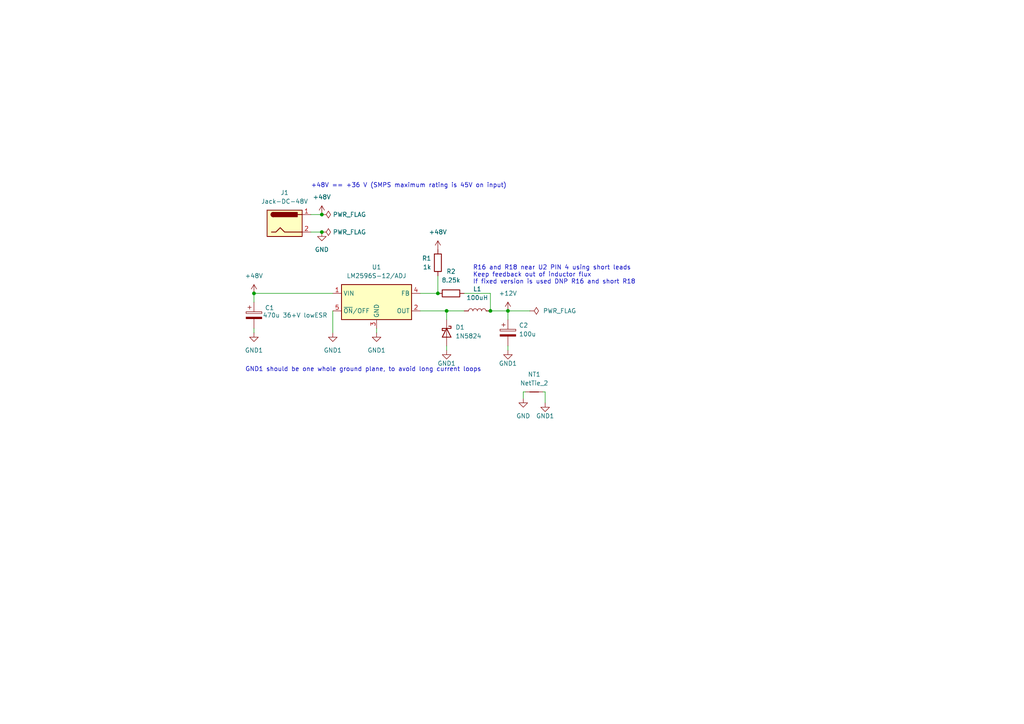
<source format=kicad_sch>
(kicad_sch (version 20211123) (generator eeschema)
  (paper "A4")
  (lib_symbols
    (symbol "Connector:Jack-DC" (pin_names (offset 1.016))
      (property "Reference" "J" (at 0 5.334 0))
      (property "Value" "Jack-DC" (at 0 -5.08 0))
      (symbol "Jack-DC_0_1"
        (rectangle (start -5.08 3.81) (end 5.08 -3.81) (stroke (width 0.254)) (fill (type background)))
        (arc (start -3.302 3.175) (mid -3.937 2.54) (end -3.302 1.905) (stroke (width 0.254)))
        (arc (start -3.302 3.175) (mid -3.937 2.54) (end -3.302 1.905) (stroke (width 0.254)) (fill (type outline)))
        (polyline (pts (xy 5.08 2.54) (xy 3.81 2.54)) (stroke (width 0.254)))
        (polyline (pts (xy -3.81 -2.54) (xy -2.54 -2.54) (xy -1.27 -1.27) (xy 0 -2.54) (xy 2.54 -2.54) (xy 5.08 -2.54)) (stroke (width 0.254)))
        (rectangle (start 3.683 3.175) (end -3.302 1.905) (stroke (width 0.254)) (fill (type outline)))
      )
      (symbol "Jack-DC_1_1"
        (pin passive line (at 7.62 2.54 180) (length 2.54) (name "~") (number "1"))
        (pin passive line (at 7.62 -2.54 180) (length 2.54) (name "~") (number "2"))
      )
    )
    (symbol "Device:C_Polarized" (pin_numbers hide) (pin_names (offset 0.254))
      (property "Reference" "C" (at 0.635 2.54 0))
      (property "Value" "C_Polarized" (at 0.635 -2.54 0))
      (symbol "C_Polarized_0_1"
        (rectangle (start -2.286 0.508) (end 2.286 1.016))
        (polyline (pts (xy -1.778 2.286) (xy -0.762 2.286)))
        (polyline (pts (xy -1.27 2.794) (xy -1.27 1.778)))
        (rectangle (start 2.286 -0.508) (end -2.286 -1.016) (fill (type outline)))
      )
      (symbol "C_Polarized_1_1"
        (pin passive line (at 0 3.81 270) (length 2.794) (name "~") (number "1"))
        (pin passive line (at 0 -3.81 90) (length 2.794) (name "~") (number "2"))
      )
    )
    (symbol "Device:D_Schottky" (pin_numbers hide) (pin_names (offset 1.016) hide)
      (property "Reference" "D" (at 0 2.54 0))
      (property "Value" "D_Schottky" (at 0 -2.54 0))
      (symbol "D_Schottky_0_1"
        (polyline (pts (xy 1.27 0) (xy -1.27 0)))
        (polyline (pts (xy 1.27 1.27) (xy 1.27 -1.27) (xy -1.27 0) (xy 1.27 1.27)) (stroke (width 0.254)))
        (polyline (pts (xy -1.905 0.635) (xy -1.905 1.27) (xy -1.27 1.27) (xy -1.27 -1.27) (xy -0.635 -1.27) (xy -0.635 -0.635)) (stroke (width 0.254)))
      )
      (symbol "D_Schottky_1_1"
        (pin passive line (at -3.81 0 0) (length 2.54) (name "K") (number "1"))
        (pin passive line (at 3.81 0 180) (length 2.54) (name "A") (number "2"))
      )
    )
    (symbol "Device:L" (pin_numbers hide) (pin_names (offset 1.016) hide)
      (property "Reference" "L" (at -1.27 0 90))
      (property "Value" "L" (at 1.905 0 90))
      (symbol "L_0_1"
        (arc (start 0 -2.54) (mid 0.635 -1.905) (end 0 -1.27))
        (arc (start 0 -1.27) (mid 0.635 -0.635) (end 0 0))
        (arc (start 0 0) (mid 0.635 0.635) (end 0 1.27))
        (arc (start 0 1.27) (mid 0.635 1.905) (end 0 2.54))
      )
      (symbol "L_1_1"
        (pin passive line (at 0 3.81 270) (length 1.27) (name "1") (number "1"))
        (pin passive line (at 0 -3.81 90) (length 1.27) (name "2") (number "2"))
      )
    )
    (symbol "Device:NetTie_2" (pin_numbers hide) (pin_names (offset 0) hide)
      (property "Reference" "NT" (at 0 1.27 0))
      (property "Value" "NetTie_2" (at 0 -1.27 0))
      (symbol "NetTie_2_0_1"
        (polyline (pts (xy -1.27 0) (xy 1.27 0)) (stroke (width 0.254)))
      )
      (symbol "NetTie_2_1_1"
        (pin passive line (at -2.54 0 0) (length 2.54) (name "1") (number "1"))
        (pin passive line (at 2.54 0 180) (length 2.54) (name "2") (number "2"))
      )
    )
    (symbol "Device:R" (pin_numbers hide) (pin_names (offset 0))
      (property "Reference" "R" (at 2.032 0 90))
      (property "Value" "R" (at 0 0 90))
      (symbol "R_0_1"
        (rectangle (start -1.016 -2.54) (end 1.016 2.54) (stroke (width 0.254)))
      )
      (symbol "R_1_1"
        (pin passive line (at 0 3.81 270) (length 1.27) (name "~") (number "1"))
        (pin passive line (at 0 -3.81 90) (length 1.27) (name "~") (number "2"))
      )
    )
    (symbol "Regulator_Switching:LM2596S-3.3"
      (property "Reference" "U" (at -10.16 6.35 0))
      (property "Value" "LM2596S-3.3" (at 0 6.35 0))
      (symbol "LM2596S-3.3_0_1"
        (rectangle (start -10.16 5.08) (end 10.16 -5.08) (stroke (width 0.254)) (fill (type background)))
      )
      (symbol "LM2596S-3.3_1_1"
        (pin power_in line (at -12.7 2.54 0) (length 2.54) (name "VIN") (number "1"))
        (pin output line (at 12.7 -2.54 180) (length 2.54) (name "OUT") (number "2"))
        (pin power_in line (at 0 -7.62 90) (length 2.54) (name "GND") (number "3"))
        (pin input line (at 12.7 2.54 180) (length 2.54) (name "FB") (number "4"))
        (pin input line (at -12.7 -2.54 0) (length 2.54) (name "~{ON}/OFF") (number "5"))
      )
    )
    (symbol "power:+12V" (power) (pin_names (offset 0))
      (property "Value" "+12V" (at 0 3.556 0))
      (symbol "+12V_0_1"
        (polyline (pts (xy -0.762 1.27) (xy 0 2.54)))
        (polyline (pts (xy 0 0) (xy 0 2.54)))
        (polyline (pts (xy 0 2.54) (xy 0.762 1.27)))
      )
      (symbol "+12V_1_1"
        (pin power_in line (at 0 0 90) (length 0) hide (name "+12V") (number "1"))
      )
    )
    (symbol "power:+48V" (power) (pin_names (offset 0))
      (property "Value" "+48V" (at 0 3.556 0))
      (symbol "+48V_0_1"
        (polyline (pts (xy -0.762 1.27) (xy 0 2.54)))
        (polyline (pts (xy 0 0) (xy 0 2.54)))
        (polyline (pts (xy 0 2.54) (xy 0.762 1.27)))
      )
      (symbol "+48V_1_1"
        (pin power_in line (at 0 0 90) (length 0) hide (name "+48V") (number "1"))
      )
    )
    (symbol "power:GND" (power) (pin_names (offset 0))
      (property "Value" "GND" (at 0 -3.81 0))
      (symbol "GND_0_1"
        (polyline (pts (xy 0 0) (xy 0 -1.27) (xy 1.27 -1.27) (xy 0 -2.54) (xy -1.27 -1.27) (xy 0 -1.27)))
      )
      (symbol "GND_1_1"
        (pin power_in line (at 0 0 270) (length 0) hide (name "GND") (number "1"))
      )
    )
    (symbol "power:GND1" (power) (pin_names (offset 0))
      (property "Value" "GND1" (at 0 -3.81 0))
      (symbol "GND1_0_1"
        (polyline (pts (xy 0 0) (xy 0 -1.27) (xy 1.27 -1.27) (xy 0 -2.54) (xy -1.27 -1.27) (xy 0 -1.27)))
      )
      (symbol "GND1_1_1"
        (pin power_in line (at 0 0 270) (length 0) hide (name "GND1") (number "1"))
      )
    )
    (symbol "power:PWR_FLAG" (power) (pin_numbers hide) (pin_names (offset 0) hide)
      (property "Value" "PWR_FLAG" (at 0 3.81 0))
      (symbol "PWR_FLAG_0_0"
        (pin power_out line (at 0 0 90) (length 0) (name "pwr") (number "1"))
      )
      (symbol "PWR_FLAG_0_1"
        (polyline (pts (xy 0 0) (xy 0 1.27) (xy -1.016 1.905) (xy 0 2.54) (xy 1.016 1.905) (xy 0 1.27)))
      )
    )
  )
  (junction (at 93.345 67.31))
  (junction (at 127 85.09))
  (junction (at 73.66 85.09))
  (junction (at 147.32 90.17))
  (junction (at 93.345 62.23))
  (junction (at 142.24 90.17))
  (junction (at 129.54 90.17))
  (wire (pts (xy 96.52 85.09) (xy 73.66 85.09)))
  (wire (pts (xy 142.24 90.17) (xy 147.32 90.17)))
  (wire (pts (xy 129.54 90.17) (xy 134.62 90.17)))
  (wire (pts (xy 90.17 62.23) (xy 93.345 62.23)))
  (wire (pts (xy 129.54 90.17) (xy 129.54 92.71)))
  (wire (pts (xy 151.765 113.665) (xy 152.4 113.665)))
  (wire (pts (xy 151.765 115.57) (xy 151.765 113.665)))
  (wire (pts (xy 121.92 85.09) (xy 127 85.09)))
  (wire (pts (xy 147.32 100.33) (xy 147.32 101.6)))
  (wire (pts (xy 96.52 90.17) (xy 96.52 96.52)))
  (wire (pts (xy 121.92 90.17) (xy 129.54 90.17)))
  (wire (pts (xy 109.22 95.25) (xy 109.22 96.52)))
  (wire (pts (xy 127 80.01) (xy 127 85.09)))
  (wire (pts (xy 90.17 67.31) (xy 93.345 67.31)))
  (wire (pts (xy 147.32 90.17) (xy 147.32 92.71)))
  (wire (pts (xy 158.115 113.665) (xy 158.115 116.84)))
  (wire (pts (xy 157.48 113.665) (xy 158.115 113.665)))
  (wire (pts (xy 73.66 95.25) (xy 73.66 96.52)))
  (wire (pts (xy 142.24 85.09) (xy 142.24 90.17)))
  (wire (pts (xy 147.32 90.17) (xy 153.67 90.17)))
  (wire (pts (xy 129.54 100.33) (xy 129.54 101.6)))
  (wire (pts (xy 134.62 85.09) (xy 142.24 85.09)))
  (wire (pts (xy 73.66 85.09) (xy 73.66 87.63)))
  (text "+48V == +36 V (SMPS maximum rating is 45V on input)" (at 90.17 54.61 0) (effects (font (size 1.27 1.27)) (justify left bottom)))
  (text "R16 and R18 near U2 PIN 4 using short leads\nKeep feedback out of inductor flux\nIf fixed version is used DNP R16 and short R18" (at 137.16 82.55 0) (effects (font (size 1.27 1.27)) (justify left bottom)))
  (text "GND1 should be one whole ground plane, to avoid long current loops" (at 71.12 107.95 0) (effects (font (size 1.27 1.27)) (justify left bottom)))
  (symbol (lib_id "Device:C_Polarized") (at 73.66 91.44 0) (unit 1)
    (property "Reference" "C1" (at 76.835 89.2809 0) (effects (justify left)))
    (property "Value" "470u 36+V lowESR" (at 76.2 91.44 0) (effects (justify left)))
    (property "Footprint" "Capacitor_THT:CP_Radial_D12.5mm_P5.00mm" (effects hide))
  )
  (symbol (lib_id "Device:C_Polarized") (at 147.32 96.52 0) (unit 1)
    (property "Reference" "C2" (at 150.495 94.3609 0) (effects (justify left)))
    (property "Value" "100u" (at 150.495 96.9009 0) (effects (justify left)))
    (property "Footprint" "Capacitor_SMD:C_Elec_6.3x5.8" (effects hide))
  )
  (symbol (lib_id "Device:L") (at 138.43 90.17 90) (unit 1)
    (property "Reference" "L1" (at 138.43 83.82 90))
    (property "Value" "100uH" (at 138.43 86.36 90))
    (property "Footprint" "Inductor_SMD:L_Bourns_SRP1770TA_16.9x16.9mm" (effects hide))
  )
  (symbol (lib_id "power:PWR_FLAG") (at 93.345 62.23 270) (unit 1)
    (property "Reference" "#FLG0101" (effects hide))
    (property "Value" "PWR_FLAG" (at 96.52 62.2299 90) (effects (justify left)))
  )
  (symbol (lib_id "power:PWR_FLAG") (at 153.67 90.17 270) (unit 1)
    (property "Reference" "#FLG0103" (effects hide))
    (property "Value" "PWR_FLAG" (at 157.48 90.1699 90) (effects (justify left)))
  )
  (symbol (lib_id "power:GND") (at 151.765 115.57 0) (unit 1)
    (property "Reference" "#PWR0112" (effects hide))
    (property "Value" "GND" (at 151.765 120.65 0))
  )
  (symbol (lib_id "power:GND") (at 93.345 67.31 0) (unit 1)
    (property "Reference" "#PWR0108" (effects hide))
    (property "Value" "GND" (at 93.345 72.39 0))
  )
  (symbol (lib_id "Device:D_Schottky") (at 129.54 96.52 270) (unit 1)
    (property "Reference" "D1" (at 132.08 94.9324 90) (effects (justify left)))
    (property "Value" "1N5824" (at 132.08 97.4724 90) (effects (justify left)))
    (property "Footprint" "Diode_SMD:D_SMA" (effects hide))
  )
  (symbol (lib_id "power:+12V") (at 147.32 90.17 0) (unit 1)
    (property "Reference" "#PWR0110" (effects hide))
    (property "Value" "+12V" (at 147.32 85.09 0))
  )
  (symbol (lib_id "power:GND1") (at 96.52 96.52 0) (unit 1)
    (property "Reference" "#PWR0107" (effects hide))
    (property "Value" "GND1" (at 96.52 101.6 0))
  )
  (symbol (lib_id "power:+48V") (at 93.345 62.23 0) (unit 1)
    (property "Reference" "#PWR0104" (effects hide))
    (property "Value" "+48V" (at 93.345 57.15 0))
  )
  (symbol (lib_id "power:GND1") (at 147.32 101.6 0) (unit 1)
    (property "Reference" "#PWR0109" (effects hide))
    (property "Value" "GND1" (at 147.32 105.41 0))
  )
  (symbol (lib_id "Device:R") (at 127 76.2 0) (mirror x) (unit 1)
    (property "Reference" "R1" (at 125.095 74.9299 0) (effects (justify right)))
    (property "Value" "1k" (at 125.095 77.4699 0) (effects (justify right)))
    (property "Footprint" "Resistor_SMD:R_0402_1005Metric" (effects hide))
  )
  (symbol (lib_id "power:PWR_FLAG") (at 93.345 67.31 270) (unit 1)
    (property "Reference" "#FLG0102" (effects hide))
    (property "Value" "PWR_FLAG" (at 96.52 67.3099 90) (effects (justify left)))
  )
  (symbol (lib_id "power:GND1") (at 109.22 96.52 0) (unit 1)
    (property "Reference" "#PWR0105" (effects hide))
    (property "Value" "GND1" (at 109.22 101.6 0))
  )
  (symbol (lib_id "power:GND1") (at 73.66 96.52 0) (unit 1)
    (property "Reference" "#PWR0101" (effects hide))
    (property "Value" "GND1" (at 73.66 101.6 0))
  )
  (symbol (lib_id "Device:R") (at 130.81 85.09 270) (mirror x) (unit 1)
    (property "Reference" "R2" (at 130.81 78.74 90))
    (property "Value" "8.25k" (at 130.81 81.28 90))
    (property "Footprint" "Resistor_SMD:R_0402_1005Metric" (effects hide))
  )
  (symbol (lib_id "power:GND1") (at 129.54 101.6 0) (unit 1)
    (property "Reference" "#PWR0106" (effects hide))
    (property "Value" "GND1" (at 129.54 105.41 0))
  )
  (symbol (lib_id "power:+48V") (at 73.66 85.09 0) (unit 1)
    (property "Reference" "#PWR0102" (effects hide))
    (property "Value" "+48V" (at 73.66 80.01 0))
  )
  (symbol (lib_id "Connector:Jack-DC") (at 82.55 64.77 0) (unit 1)
    (property "Reference" "J1" (at 82.55 55.88 0))
    (property "Value" "Jack-DC-48V" (at 82.55 58.42 0))
    (property "Footprint" "Connector_Phoenix_MSTB:PhoenixContact_MSTBA_2,5_2-G_1x02_P5.00mm_Horizontal" (effects hide))
  )
  (symbol (lib_id "power:+48V") (at 127 72.39 0) (unit 1)
    (property "Reference" "#PWR0103" (effects hide))
    (property "Value" "+48V" (at 127 67.31 0))
  )
  (symbol (lib_id "Regulator_Switching:LM2596S-3.3") (at 109.22 87.63 0) (unit 1)
    (property "Reference" "U1" (at 109.22 77.47 0))
    (property "Value" "LM2596S-12/ADJ" (at 109.22 80.01 0))
    (property "Footprint" "Package_TO_SOT_SMD:TO-263-5_TabPin3" (effects hide))
    (property "Datasheet" "http://www.ti.com/lit/ds/symlink/lm2596.pdf" (effects hide))
  )
  (symbol (lib_id "Device:NetTie_2") (at 154.94 113.665 0) (unit 1)
    (property "Reference" "NT1" (at 154.94 108.585 0))
    (property "Value" "NetTie_2" (at 154.94 111.125 0))
    (property "Footprint" "NetTie:NetTie-2_SMD_Pad2.0mm" (effects hide))
  )
  (symbol (lib_id "power:GND1") (at 158.115 116.84 0) (unit 1)
    (property "Reference" "#PWR0111" (effects hide))
    (property "Value" "GND1" (at 158.115 120.65 0))
  )
)
</source>
